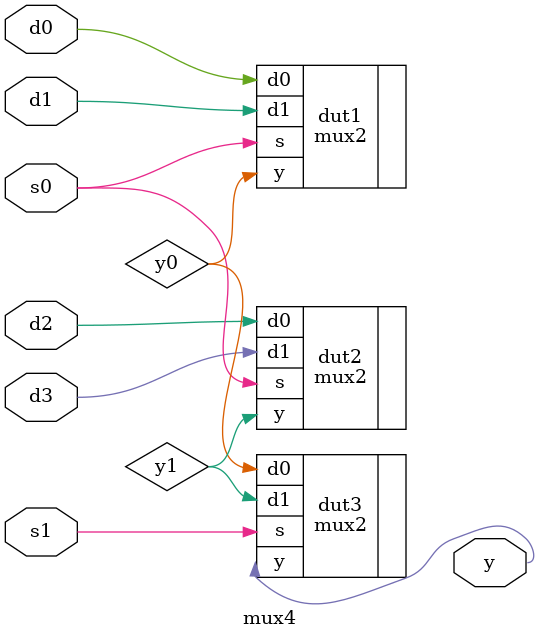
<source format=sv>
module mux4(input logic d0, d1, d2, d3,
			input logic s0, s1,
			output logic y);

	logic y0, y1;
	
	mux2 dut1(.d0(d0), .d1(d1), .s(s0), .y(y0));
	
	mux2 dut2(.d0(d2), .d1(d3), .s(s0), .y(y1));
	
	mux2 dut3(.d0(y0), .d1(y1), .s(s1), .y(y));

endmodule
</source>
